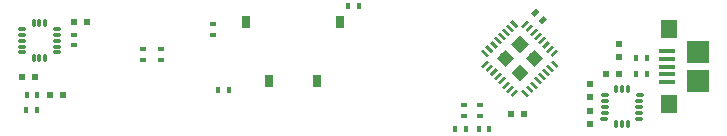
<source format=gbr>
G04 #@! TF.GenerationSoftware,KiCad,Pcbnew,(2016-12-18 revision 3ffa37c)-master*
G04 #@! TF.CreationDate,2017-03-25T21:08:44-07:00*
G04 #@! TF.ProjectId,Pensel,50656E73656C2E6B696361645F706362,rev?*
G04 #@! TF.FileFunction,Paste,Top*
G04 #@! TF.FilePolarity,Positive*
%FSLAX46Y46*%
G04 Gerber Fmt 4.6, Leading zero omitted, Abs format (unit mm)*
G04 Created by KiCad (PCBNEW (2016-12-18 revision 3ffa37c)-master) date Saturday, March 25, 2017 'PMt' 09:08:44 PM*
%MOMM*%
%LPD*%
G01*
G04 APERTURE LIST*
%ADD10C,0.100000*%
%ADD11R,1.350000X0.400000*%
%ADD12R,1.400000X1.600000*%
%ADD13R,1.900000X1.900000*%
%ADD14R,0.400000X0.600000*%
%ADD15C,0.250000*%
%ADD16C,1.035000*%
%ADD17O,0.300000X0.750000*%
%ADD18O,0.750000X0.300000*%
%ADD19C,0.400000*%
%ADD20R,0.500000X0.600000*%
%ADD21R,0.700000X1.000000*%
%ADD22R,0.600000X0.500000*%
%ADD23R,0.600000X0.400000*%
G04 APERTURE END LIST*
D10*
D11*
X105825000Y-143700000D03*
X105825000Y-144350000D03*
X105825000Y-146300000D03*
X105825000Y-145650000D03*
D12*
X106050000Y-148200000D03*
D13*
X108500000Y-146200000D03*
X108500000Y-143800000D03*
D12*
X106050000Y-141800000D03*
D11*
X105825000Y-145000000D03*
D14*
X90800000Y-150300000D03*
X89900000Y-150300000D03*
D15*
X92940381Y-141365507D03*
D10*
G36*
X92604505Y-141206408D02*
X92781282Y-141029631D01*
X93276257Y-141524606D01*
X93099480Y-141701383D01*
X92604505Y-141206408D01*
X92604505Y-141206408D01*
G37*
D15*
X92586827Y-141719060D03*
D10*
G36*
X92250951Y-141559961D02*
X92427728Y-141383184D01*
X92922703Y-141878159D01*
X92745926Y-142054936D01*
X92250951Y-141559961D01*
X92250951Y-141559961D01*
G37*
D15*
X92233274Y-142072614D03*
D10*
G36*
X91897398Y-141913515D02*
X92074175Y-141736738D01*
X92569150Y-142231713D01*
X92392373Y-142408490D01*
X91897398Y-141913515D01*
X91897398Y-141913515D01*
G37*
D15*
X91879720Y-142426167D03*
D10*
G36*
X91543844Y-142267068D02*
X91720621Y-142090291D01*
X92215596Y-142585266D01*
X92038819Y-142762043D01*
X91543844Y-142267068D01*
X91543844Y-142267068D01*
G37*
D15*
X91526167Y-142779720D03*
D10*
G36*
X91190291Y-142620621D02*
X91367068Y-142443844D01*
X91862043Y-142938819D01*
X91685266Y-143115596D01*
X91190291Y-142620621D01*
X91190291Y-142620621D01*
G37*
D15*
X91172614Y-143133274D03*
D10*
G36*
X90836738Y-142974175D02*
X91013515Y-142797398D01*
X91508490Y-143292373D01*
X91331713Y-143469150D01*
X90836738Y-142974175D01*
X90836738Y-142974175D01*
G37*
D15*
X90819060Y-143486827D03*
D10*
G36*
X90483184Y-143327728D02*
X90659961Y-143150951D01*
X91154936Y-143645926D01*
X90978159Y-143822703D01*
X90483184Y-143327728D01*
X90483184Y-143327728D01*
G37*
D15*
X90465507Y-143840381D03*
D10*
G36*
X90129631Y-143681282D02*
X90306408Y-143504505D01*
X90801383Y-143999480D01*
X90624606Y-144176257D01*
X90129631Y-143681282D01*
X90129631Y-143681282D01*
G37*
D15*
X90465507Y-144759619D03*
D10*
G36*
X90306408Y-145095495D02*
X90129631Y-144918718D01*
X90624606Y-144423743D01*
X90801383Y-144600520D01*
X90306408Y-145095495D01*
X90306408Y-145095495D01*
G37*
D15*
X90819060Y-145113173D03*
D10*
G36*
X90659961Y-145449049D02*
X90483184Y-145272272D01*
X90978159Y-144777297D01*
X91154936Y-144954074D01*
X90659961Y-145449049D01*
X90659961Y-145449049D01*
G37*
D15*
X91172614Y-145466726D03*
D10*
G36*
X91013515Y-145802602D02*
X90836738Y-145625825D01*
X91331713Y-145130850D01*
X91508490Y-145307627D01*
X91013515Y-145802602D01*
X91013515Y-145802602D01*
G37*
D15*
X91526167Y-145820280D03*
D10*
G36*
X91367068Y-146156156D02*
X91190291Y-145979379D01*
X91685266Y-145484404D01*
X91862043Y-145661181D01*
X91367068Y-146156156D01*
X91367068Y-146156156D01*
G37*
D15*
X91879720Y-146173833D03*
D10*
G36*
X91720621Y-146509709D02*
X91543844Y-146332932D01*
X92038819Y-145837957D01*
X92215596Y-146014734D01*
X91720621Y-146509709D01*
X91720621Y-146509709D01*
G37*
D15*
X92233274Y-146527386D03*
D10*
G36*
X92074175Y-146863262D02*
X91897398Y-146686485D01*
X92392373Y-146191510D01*
X92569150Y-146368287D01*
X92074175Y-146863262D01*
X92074175Y-146863262D01*
G37*
D15*
X92586827Y-146880940D03*
D10*
G36*
X92427728Y-147216816D02*
X92250951Y-147040039D01*
X92745926Y-146545064D01*
X92922703Y-146721841D01*
X92427728Y-147216816D01*
X92427728Y-147216816D01*
G37*
D15*
X92940381Y-147234493D03*
D10*
G36*
X92781282Y-147570369D02*
X92604505Y-147393592D01*
X93099480Y-146898617D01*
X93276257Y-147075394D01*
X92781282Y-147570369D01*
X92781282Y-147570369D01*
G37*
D15*
X93859619Y-147234493D03*
D10*
G36*
X93523743Y-147075394D02*
X93700520Y-146898617D01*
X94195495Y-147393592D01*
X94018718Y-147570369D01*
X93523743Y-147075394D01*
X93523743Y-147075394D01*
G37*
D15*
X94213173Y-146880940D03*
D10*
G36*
X93877297Y-146721841D02*
X94054074Y-146545064D01*
X94549049Y-147040039D01*
X94372272Y-147216816D01*
X93877297Y-146721841D01*
X93877297Y-146721841D01*
G37*
D15*
X94566726Y-146527386D03*
D10*
G36*
X94230850Y-146368287D02*
X94407627Y-146191510D01*
X94902602Y-146686485D01*
X94725825Y-146863262D01*
X94230850Y-146368287D01*
X94230850Y-146368287D01*
G37*
D15*
X94920280Y-146173833D03*
D10*
G36*
X94584404Y-146014734D02*
X94761181Y-145837957D01*
X95256156Y-146332932D01*
X95079379Y-146509709D01*
X94584404Y-146014734D01*
X94584404Y-146014734D01*
G37*
D15*
X95273833Y-145820280D03*
D10*
G36*
X94937957Y-145661181D02*
X95114734Y-145484404D01*
X95609709Y-145979379D01*
X95432932Y-146156156D01*
X94937957Y-145661181D01*
X94937957Y-145661181D01*
G37*
D15*
X95627386Y-145466726D03*
D10*
G36*
X95291510Y-145307627D02*
X95468287Y-145130850D01*
X95963262Y-145625825D01*
X95786485Y-145802602D01*
X95291510Y-145307627D01*
X95291510Y-145307627D01*
G37*
D15*
X95980940Y-145113173D03*
D10*
G36*
X95645064Y-144954074D02*
X95821841Y-144777297D01*
X96316816Y-145272272D01*
X96140039Y-145449049D01*
X95645064Y-144954074D01*
X95645064Y-144954074D01*
G37*
D15*
X96334493Y-144759619D03*
D10*
G36*
X95998617Y-144600520D02*
X96175394Y-144423743D01*
X96670369Y-144918718D01*
X96493592Y-145095495D01*
X95998617Y-144600520D01*
X95998617Y-144600520D01*
G37*
D15*
X96334493Y-143840381D03*
D10*
G36*
X96175394Y-144176257D02*
X95998617Y-143999480D01*
X96493592Y-143504505D01*
X96670369Y-143681282D01*
X96175394Y-144176257D01*
X96175394Y-144176257D01*
G37*
D15*
X95980940Y-143486827D03*
D10*
G36*
X95821841Y-143822703D02*
X95645064Y-143645926D01*
X96140039Y-143150951D01*
X96316816Y-143327728D01*
X95821841Y-143822703D01*
X95821841Y-143822703D01*
G37*
D15*
X95627386Y-143133274D03*
D10*
G36*
X95468287Y-143469150D02*
X95291510Y-143292373D01*
X95786485Y-142797398D01*
X95963262Y-142974175D01*
X95468287Y-143469150D01*
X95468287Y-143469150D01*
G37*
D15*
X95273833Y-142779720D03*
D10*
G36*
X95114734Y-143115596D02*
X94937957Y-142938819D01*
X95432932Y-142443844D01*
X95609709Y-142620621D01*
X95114734Y-143115596D01*
X95114734Y-143115596D01*
G37*
D15*
X94920280Y-142426167D03*
D10*
G36*
X94761181Y-142762043D02*
X94584404Y-142585266D01*
X95079379Y-142090291D01*
X95256156Y-142267068D01*
X94761181Y-142762043D01*
X94761181Y-142762043D01*
G37*
D15*
X94566726Y-142072614D03*
D10*
G36*
X94407627Y-142408490D02*
X94230850Y-142231713D01*
X94725825Y-141736738D01*
X94902602Y-141913515D01*
X94407627Y-142408490D01*
X94407627Y-142408490D01*
G37*
D15*
X94213173Y-141719060D03*
D10*
G36*
X94054074Y-142054936D02*
X93877297Y-141878159D01*
X94372272Y-141383184D01*
X94549049Y-141559961D01*
X94054074Y-142054936D01*
X94054074Y-142054936D01*
G37*
D15*
X93859619Y-141365507D03*
D10*
G36*
X93700520Y-141701383D02*
X93523743Y-141524606D01*
X94018718Y-141029631D01*
X94195495Y-141206408D01*
X93700520Y-141701383D01*
X93700520Y-141701383D01*
G37*
D16*
X93400000Y-145519759D03*
D10*
G36*
X92668144Y-145519759D02*
X93400000Y-144787903D01*
X94131856Y-145519759D01*
X93400000Y-146251615D01*
X92668144Y-145519759D01*
X92668144Y-145519759D01*
G37*
D16*
X94619759Y-144300000D03*
D10*
G36*
X93887903Y-144300000D02*
X94619759Y-143568144D01*
X95351615Y-144300000D01*
X94619759Y-145031856D01*
X93887903Y-144300000D01*
X93887903Y-144300000D01*
G37*
D16*
X92180241Y-144300000D03*
D10*
G36*
X91448385Y-144300000D02*
X92180241Y-143568144D01*
X92912097Y-144300000D01*
X92180241Y-145031856D01*
X91448385Y-144300000D01*
X91448385Y-144300000D01*
G37*
D16*
X93400000Y-143080241D03*
D10*
G36*
X92668144Y-143080241D02*
X93400000Y-142348385D01*
X94131856Y-143080241D01*
X93400000Y-143812097D01*
X92668144Y-143080241D01*
X92668144Y-143080241D01*
G37*
D17*
X52225000Y-141325000D03*
X52725000Y-141325000D03*
X53225000Y-141325000D03*
D18*
X54225000Y-141800000D03*
X54200000Y-142300000D03*
X54200000Y-142800000D03*
X54200000Y-143300000D03*
X54200000Y-143800000D03*
D17*
X53225000Y-144275000D03*
X52725000Y-144275000D03*
X52225000Y-144275000D03*
D18*
X51225000Y-143800000D03*
X51250000Y-143300000D03*
X51250000Y-142800000D03*
X51250000Y-142300000D03*
X51250000Y-141800000D03*
D14*
X88850000Y-150300000D03*
X87950000Y-150300000D03*
D19*
X94681802Y-140431802D03*
D10*
G36*
X95035355Y-140361091D02*
X94611091Y-140785355D01*
X94328249Y-140502513D01*
X94752513Y-140078249D01*
X95035355Y-140361091D01*
X95035355Y-140361091D01*
G37*
D19*
X95318198Y-141068198D03*
D10*
G36*
X95671751Y-140997487D02*
X95247487Y-141421751D01*
X94964645Y-141138909D01*
X95388909Y-140714645D01*
X95671751Y-140997487D01*
X95671751Y-140997487D01*
G37*
D18*
X100575000Y-147400000D03*
X100575000Y-147900000D03*
X100575000Y-148400000D03*
X100575000Y-148900000D03*
X100550000Y-149400000D03*
D17*
X101550000Y-149875000D03*
X102050000Y-149875000D03*
X102550000Y-149875000D03*
D18*
X103525000Y-149400000D03*
X103525000Y-148900000D03*
X103525000Y-148400000D03*
X103525000Y-147900000D03*
X103550000Y-147400000D03*
D17*
X102550000Y-146925000D03*
X102050000Y-146925000D03*
X101550000Y-146925000D03*
D20*
X101820000Y-143060000D03*
X101820000Y-144160000D03*
D21*
X72200000Y-146200000D03*
X70200000Y-141200000D03*
X76200000Y-146200000D03*
X78200000Y-141200000D03*
D20*
X99300000Y-149850000D03*
X99300000Y-148750000D03*
D22*
X56750000Y-141200000D03*
X55650000Y-141200000D03*
D20*
X99300000Y-146450000D03*
X99300000Y-147550000D03*
D22*
X51250000Y-145900000D03*
X52350000Y-145900000D03*
X93750000Y-149000000D03*
X92650000Y-149000000D03*
X101825000Y-145600000D03*
X100725000Y-145600000D03*
X53650000Y-147400000D03*
X54750000Y-147400000D03*
D23*
X88700000Y-148250000D03*
X88700000Y-149150000D03*
X90000000Y-149150000D03*
X90000000Y-148250000D03*
X61500000Y-143550000D03*
X61500000Y-144450000D03*
X63000000Y-144450000D03*
X63000000Y-143550000D03*
D14*
X103240000Y-144270000D03*
X104140000Y-144270000D03*
X104140000Y-145590000D03*
X103240000Y-145590000D03*
X52550000Y-147400000D03*
X51650000Y-147400000D03*
D23*
X67400000Y-142300000D03*
X67400000Y-141400000D03*
D14*
X68750000Y-147000000D03*
X67850000Y-147000000D03*
X78850000Y-139900000D03*
X79750000Y-139900000D03*
X52500000Y-148700000D03*
X51600000Y-148700000D03*
D23*
X55650000Y-142300000D03*
X55650000Y-143200000D03*
M02*

</source>
